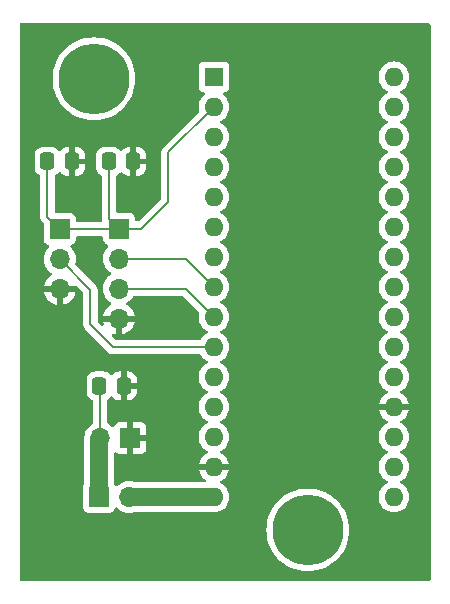
<source format=gtl>
%TF.GenerationSoftware,KiCad,Pcbnew,8.0.2*%
%TF.CreationDate,2025-03-14T14:52:26-04:00*%
%TF.ProjectId,SeniorDesignPCB,53656e69-6f72-4446-9573-69676e504342,rev?*%
%TF.SameCoordinates,Original*%
%TF.FileFunction,Copper,L1,Top*%
%TF.FilePolarity,Positive*%
%FSLAX46Y46*%
G04 Gerber Fmt 4.6, Leading zero omitted, Abs format (unit mm)*
G04 Created by KiCad (PCBNEW 8.0.2) date 2025-03-14 14:52:26*
%MOMM*%
%LPD*%
G01*
G04 APERTURE LIST*
G04 Aperture macros list*
%AMRoundRect*
0 Rectangle with rounded corners*
0 $1 Rounding radius*
0 $2 $3 $4 $5 $6 $7 $8 $9 X,Y pos of 4 corners*
0 Add a 4 corners polygon primitive as box body*
4,1,4,$2,$3,$4,$5,$6,$7,$8,$9,$2,$3,0*
0 Add four circle primitives for the rounded corners*
1,1,$1+$1,$2,$3*
1,1,$1+$1,$4,$5*
1,1,$1+$1,$6,$7*
1,1,$1+$1,$8,$9*
0 Add four rect primitives between the rounded corners*
20,1,$1+$1,$2,$3,$4,$5,0*
20,1,$1+$1,$4,$5,$6,$7,0*
20,1,$1+$1,$6,$7,$8,$9,0*
20,1,$1+$1,$8,$9,$2,$3,0*%
G04 Aperture macros list end*
%TA.AperFunction,ComponentPad*%
%ADD10C,6.000000*%
%TD*%
%TA.AperFunction,ComponentPad*%
%ADD11R,1.700000X1.700000*%
%TD*%
%TA.AperFunction,ComponentPad*%
%ADD12O,1.700000X1.700000*%
%TD*%
%TA.AperFunction,ComponentPad*%
%ADD13R,1.600000X1.600000*%
%TD*%
%TA.AperFunction,ComponentPad*%
%ADD14O,1.600000X1.600000*%
%TD*%
%TA.AperFunction,SMDPad,CuDef*%
%ADD15RoundRect,0.250000X-0.337500X-0.475000X0.337500X-0.475000X0.337500X0.475000X-0.337500X0.475000X0*%
%TD*%
%TA.AperFunction,SMDPad,CuDef*%
%ADD16RoundRect,0.250000X0.337500X0.475000X-0.337500X0.475000X-0.337500X-0.475000X0.337500X-0.475000X0*%
%TD*%
%TA.AperFunction,Conductor*%
%ADD17C,1.500000*%
%TD*%
%TA.AperFunction,Conductor*%
%ADD18C,0.200000*%
%TD*%
G04 APERTURE END LIST*
D10*
%TO.P,,1*%
%TO.N,N/C*%
X67100000Y-82100000D03*
%TD*%
%TO.P,REF\u002A\u002A,1*%
%TO.N,N/C*%
X49000000Y-43900000D03*
%TD*%
D11*
%TO.P,J1,1,Pin_1*%
%TO.N,GND*%
X52075000Y-74300000D03*
D12*
%TO.P,J1,2,Pin_2*%
%TO.N,Net-(J1-Pin_2)*%
X49535000Y-74300000D03*
%TD*%
D11*
%TO.P,J2,1,Pin_1*%
%TO.N,+3.3V*%
X51100000Y-56580000D03*
D12*
%TO.P,J2,2,Pin_2*%
%TO.N,SDA*%
X51100000Y-59120000D03*
%TO.P,J2,3,Pin_3*%
%TO.N,SCL*%
X51100000Y-61660000D03*
%TO.P,J2,4,Pin_4*%
%TO.N,GND*%
X51100000Y-64200000D03*
%TD*%
D13*
%TO.P,U1,1,D13*%
%TO.N,unconnected-(U1-D13-Pad1)*%
X59160000Y-43740000D03*
D14*
%TO.P,U1,2,+3V3*%
%TO.N,+3.3V*%
X59160000Y-46280000D03*
%TO.P,U1,3,B0*%
%TO.N,unconnected-(U1-B0-Pad3)*%
X59160000Y-48820000D03*
%TO.P,U1,4,A0*%
%TO.N,unconnected-(U1-A0-Pad4)*%
X59160000Y-51360000D03*
%TO.P,U1,5,A1*%
%TO.N,unconnected-(U1-A1-Pad5)*%
X59160000Y-53900000D03*
%TO.P,U1,6,A2*%
%TO.N,unconnected-(U1-A2-Pad6)*%
X59160000Y-56440000D03*
%TO.P,U1,7,A3*%
%TO.N,unconnected-(U1-A3-Pad7)*%
X59160000Y-58980000D03*
%TO.P,U1,8,A4*%
%TO.N,SDA*%
X59160000Y-61520000D03*
%TO.P,U1,9,A5*%
%TO.N,SCL*%
X59160000Y-64060000D03*
%TO.P,U1,10,A6*%
%TO.N,Hall*%
X59160000Y-66600000D03*
%TO.P,U1,11,A7*%
%TO.N,unconnected-(U1-A7-Pad11)*%
X59160000Y-69140000D03*
%TO.P,U1,12,VUSB*%
%TO.N,unconnected-(U1-VUSB-Pad12)*%
X59160000Y-71680000D03*
%TO.P,U1,13,B1*%
%TO.N,unconnected-(U1-B1-Pad13)*%
X59160000Y-74220000D03*
%TO.P,U1,14,GND*%
%TO.N,GND*%
X59160000Y-76760000D03*
%TO.P,U1,15,VIN*%
%TO.N,+9V*%
X59160000Y-79300000D03*
%TO.P,U1,16,D1*%
%TO.N,unconnected-(U1-D1-Pad16)*%
X74400000Y-79300000D03*
%TO.P,U1,17,D0*%
%TO.N,unconnected-(U1-D0-Pad17)*%
X74400000Y-76760000D03*
%TO.P,U1,18,~{RESET}*%
%TO.N,unconnected-(U1-~{RESET}-Pad18)*%
X74400000Y-74220000D03*
%TO.P,U1,19,GND__1*%
%TO.N,GND*%
X74400000Y-71680000D03*
%TO.P,U1,20,D2*%
%TO.N,unconnected-(U1-D2-Pad20)*%
X74400000Y-69140000D03*
%TO.P,U1,21,D3*%
%TO.N,unconnected-(U1-D3-Pad21)*%
X74400000Y-66600000D03*
%TO.P,U1,22,D4*%
%TO.N,unconnected-(U1-D4-Pad22)*%
X74400000Y-64060000D03*
%TO.P,U1,23,D5*%
%TO.N,unconnected-(U1-D5-Pad23)*%
X74400000Y-61520000D03*
%TO.P,U1,24,D6*%
%TO.N,unconnected-(U1-D6-Pad24)*%
X74400000Y-58980000D03*
%TO.P,U1,25,D7*%
%TO.N,unconnected-(U1-D7-Pad25)*%
X74400000Y-56440000D03*
%TO.P,U1,26,D8*%
%TO.N,unconnected-(U1-D8-Pad26)*%
X74400000Y-53900000D03*
%TO.P,U1,27,D9*%
%TO.N,unconnected-(U1-D9-Pad27)*%
X74400000Y-51360000D03*
%TO.P,U1,28,D10*%
%TO.N,unconnected-(U1-D10-Pad28)*%
X74400000Y-48820000D03*
%TO.P,U1,29,D11*%
%TO.N,unconnected-(U1-D11-Pad29)*%
X74400000Y-46280000D03*
%TO.P,U1,30,D12*%
%TO.N,unconnected-(U1-D12-Pad30)*%
X74400000Y-43740000D03*
%TD*%
D11*
%TO.P,J4,1,Pin_1*%
%TO.N,Net-(J1-Pin_2)*%
X49425000Y-79300000D03*
D12*
%TO.P,J4,2,Pin_2*%
%TO.N,+9V*%
X51965000Y-79300000D03*
%TD*%
D15*
%TO.P,C3,1*%
%TO.N,+3.3V*%
X50262500Y-50900000D03*
%TO.P,C3,2*%
%TO.N,GND*%
X52337500Y-50900000D03*
%TD*%
D11*
%TO.P,J3,1,Pin_1*%
%TO.N,+3.3V*%
X46100000Y-56620000D03*
D12*
%TO.P,J3,2,Pin_2*%
%TO.N,Hall*%
X46100000Y-59160000D03*
%TO.P,J3,3,Pin_3*%
%TO.N,GND*%
X46100000Y-61700000D03*
%TD*%
D15*
%TO.P,C2,1*%
%TO.N,+3.3V*%
X45062500Y-50900000D03*
%TO.P,C2,2*%
%TO.N,GND*%
X47137500Y-50900000D03*
%TD*%
D16*
%TO.P,C1,1*%
%TO.N,GND*%
X51537500Y-69900000D03*
%TO.P,C1,2*%
%TO.N,Net-(J1-Pin_2)*%
X49462500Y-69900000D03*
%TD*%
D17*
%TO.N,+9V*%
X51965000Y-79300000D02*
X59160000Y-79300000D01*
D18*
%TO.N,+3.3V*%
X50262500Y-50900000D02*
X50262500Y-55742500D01*
X55300000Y-50140000D02*
X55300000Y-54300000D01*
X51060000Y-56620000D02*
X51100000Y-56580000D01*
X50262500Y-55742500D02*
X51100000Y-56580000D01*
X53020000Y-56580000D02*
X51100000Y-56580000D01*
X45062500Y-50900000D02*
X45062500Y-55582500D01*
X55300000Y-54300000D02*
X53020000Y-56580000D01*
X59160000Y-46280000D02*
X55300000Y-50140000D01*
X45062500Y-55582500D02*
X46100000Y-56620000D01*
X46100000Y-56620000D02*
X51060000Y-56620000D01*
%TO.N,SCL*%
X56760000Y-61660000D02*
X59160000Y-64060000D01*
X51100000Y-61660000D02*
X56760000Y-61660000D01*
%TO.N,SDA*%
X51100000Y-59120000D02*
X56760000Y-59120000D01*
X56760000Y-59120000D02*
X59160000Y-61520000D01*
%TO.N,Hall*%
X50600000Y-66600000D02*
X59160000Y-66600000D01*
X46100000Y-59160000D02*
X48700000Y-61760000D01*
X48700000Y-64700000D02*
X50600000Y-66600000D01*
X48700000Y-61760000D02*
X48700000Y-64700000D01*
%TO.N,Net-(J1-Pin_2)*%
X49535000Y-69972500D02*
X49462500Y-69900000D01*
D17*
X49425000Y-79300000D02*
X49425000Y-74410000D01*
D18*
X49535000Y-74300000D02*
X49535000Y-69972500D01*
D17*
X49425000Y-74410000D02*
X49535000Y-74300000D01*
%TD*%
%TA.AperFunction,Conductor*%
%TO.N,GND*%
G36*
X56526942Y-62280185D02*
G01*
X56547584Y-62296819D01*
X57868058Y-63617293D01*
X57901543Y-63678616D01*
X57900152Y-63737067D01*
X57874366Y-63833302D01*
X57874364Y-63833313D01*
X57854532Y-64059998D01*
X57854532Y-64060001D01*
X57874364Y-64286686D01*
X57874366Y-64286697D01*
X57933258Y-64506488D01*
X57933261Y-64506497D01*
X58029431Y-64712732D01*
X58029432Y-64712734D01*
X58159954Y-64899141D01*
X58320858Y-65060045D01*
X58320861Y-65060047D01*
X58507266Y-65190568D01*
X58565275Y-65217618D01*
X58617714Y-65263791D01*
X58636866Y-65330984D01*
X58616650Y-65397865D01*
X58565275Y-65442382D01*
X58507267Y-65469431D01*
X58507265Y-65469432D01*
X58320858Y-65599954D01*
X58159954Y-65760858D01*
X58083450Y-65870118D01*
X58029881Y-65946624D01*
X57975307Y-65990248D01*
X57928308Y-65999500D01*
X50900098Y-65999500D01*
X50833059Y-65979815D01*
X50812417Y-65963181D01*
X50535023Y-65685787D01*
X50501538Y-65624464D01*
X50506522Y-65554772D01*
X50548394Y-65498839D01*
X50613858Y-65474422D01*
X50654797Y-65478331D01*
X50850000Y-65530634D01*
X50850000Y-64633012D01*
X50907007Y-64665925D01*
X51034174Y-64700000D01*
X51165826Y-64700000D01*
X51292993Y-64665925D01*
X51350000Y-64633012D01*
X51350000Y-65530633D01*
X51563483Y-65473433D01*
X51563492Y-65473429D01*
X51777578Y-65373600D01*
X51971082Y-65238105D01*
X52138105Y-65071082D01*
X52273600Y-64877578D01*
X52373429Y-64663492D01*
X52373432Y-64663486D01*
X52430636Y-64450000D01*
X51533012Y-64450000D01*
X51565925Y-64392993D01*
X51600000Y-64265826D01*
X51600000Y-64134174D01*
X51565925Y-64007007D01*
X51533012Y-63950000D01*
X52430636Y-63950000D01*
X52430635Y-63949999D01*
X52373432Y-63736513D01*
X52373429Y-63736507D01*
X52273600Y-63522422D01*
X52273599Y-63522420D01*
X52138113Y-63328926D01*
X52138108Y-63328920D01*
X51971078Y-63161890D01*
X51785405Y-63031879D01*
X51741780Y-62977302D01*
X51734588Y-62907804D01*
X51766110Y-62845449D01*
X51785406Y-62828730D01*
X51971401Y-62698495D01*
X52138495Y-62531401D01*
X52274035Y-62337830D01*
X52276707Y-62332097D01*
X52322878Y-62279658D01*
X52389091Y-62260500D01*
X56459903Y-62260500D01*
X56526942Y-62280185D01*
G37*
%TD.AperFunction*%
%TA.AperFunction,Conductor*%
G36*
X49692540Y-57240185D02*
G01*
X49738295Y-57292989D01*
X49749501Y-57344500D01*
X49749501Y-57477876D01*
X49755908Y-57537483D01*
X49806202Y-57672328D01*
X49806206Y-57672335D01*
X49892452Y-57787544D01*
X49892455Y-57787547D01*
X50007664Y-57873793D01*
X50007671Y-57873797D01*
X50139081Y-57922810D01*
X50195015Y-57964681D01*
X50219432Y-58030145D01*
X50204580Y-58098418D01*
X50183430Y-58126673D01*
X50061503Y-58248600D01*
X49925965Y-58442169D01*
X49925964Y-58442171D01*
X49826098Y-58656335D01*
X49826094Y-58656344D01*
X49764938Y-58884586D01*
X49764936Y-58884596D01*
X49744341Y-59119999D01*
X49744341Y-59120000D01*
X49764936Y-59355403D01*
X49764938Y-59355413D01*
X49826094Y-59583655D01*
X49826096Y-59583659D01*
X49826097Y-59583663D01*
X49898839Y-59739658D01*
X49925965Y-59797830D01*
X49925967Y-59797834D01*
X49953973Y-59837830D01*
X50053553Y-59980045D01*
X50061501Y-59991395D01*
X50061506Y-59991402D01*
X50228597Y-60158493D01*
X50228603Y-60158498D01*
X50414158Y-60288425D01*
X50457783Y-60343002D01*
X50464977Y-60412500D01*
X50433454Y-60474855D01*
X50414158Y-60491575D01*
X50228597Y-60621505D01*
X50061505Y-60788597D01*
X49925965Y-60982169D01*
X49925964Y-60982171D01*
X49826098Y-61196335D01*
X49826094Y-61196344D01*
X49764938Y-61424586D01*
X49764936Y-61424596D01*
X49744341Y-61659999D01*
X49744341Y-61660000D01*
X49747112Y-61691682D01*
X49764936Y-61895403D01*
X49764938Y-61895413D01*
X49826094Y-62123655D01*
X49826096Y-62123659D01*
X49826097Y-62123663D01*
X49898839Y-62279658D01*
X49925965Y-62337830D01*
X49925967Y-62337834D01*
X50034281Y-62492521D01*
X50053553Y-62520045D01*
X50061501Y-62531395D01*
X50061506Y-62531402D01*
X50228597Y-62698493D01*
X50228603Y-62698498D01*
X50316403Y-62759976D01*
X50400242Y-62818681D01*
X50414594Y-62828730D01*
X50458219Y-62883307D01*
X50465413Y-62952805D01*
X50433890Y-63015160D01*
X50414595Y-63031880D01*
X50228922Y-63161890D01*
X50228920Y-63161891D01*
X50061891Y-63328920D01*
X50061886Y-63328926D01*
X49926400Y-63522420D01*
X49926399Y-63522422D01*
X49826570Y-63736507D01*
X49826567Y-63736513D01*
X49769364Y-63949999D01*
X49769364Y-63950000D01*
X50666988Y-63950000D01*
X50634075Y-64007007D01*
X50600000Y-64134174D01*
X50600000Y-64265826D01*
X50634075Y-64392993D01*
X50666988Y-64450000D01*
X49769364Y-64450000D01*
X49821668Y-64645201D01*
X49820005Y-64715051D01*
X49780843Y-64772914D01*
X49716614Y-64800418D01*
X49647712Y-64788832D01*
X49614212Y-64764976D01*
X49336819Y-64487583D01*
X49303334Y-64426260D01*
X49300500Y-64399902D01*
X49300500Y-61680945D01*
X49300498Y-61680936D01*
X49297929Y-61671348D01*
X49294889Y-61660000D01*
X49259577Y-61528215D01*
X49209190Y-61440943D01*
X49180520Y-61391284D01*
X49068716Y-61279480D01*
X49068715Y-61279479D01*
X49064385Y-61275149D01*
X49064374Y-61275139D01*
X47432766Y-59643531D01*
X47399281Y-59582208D01*
X47400672Y-59523757D01*
X47401863Y-59519309D01*
X47435063Y-59395408D01*
X47455659Y-59160000D01*
X47435063Y-58924592D01*
X47373903Y-58696337D01*
X47274035Y-58482171D01*
X47246025Y-58442169D01*
X47138496Y-58288600D01*
X47098495Y-58248599D01*
X47016567Y-58166671D01*
X46983084Y-58105351D01*
X46988068Y-58035659D01*
X47029939Y-57979725D01*
X47060915Y-57962810D01*
X47192331Y-57913796D01*
X47307546Y-57827546D01*
X47393796Y-57712331D01*
X47444091Y-57577483D01*
X47450500Y-57517873D01*
X47450500Y-57344500D01*
X47470185Y-57277461D01*
X47522989Y-57231706D01*
X47574500Y-57220500D01*
X49625501Y-57220500D01*
X49692540Y-57240185D01*
G37*
%TD.AperFunction*%
%TA.AperFunction,Conductor*%
G36*
X77442539Y-39220185D02*
G01*
X77488294Y-39272989D01*
X77499500Y-39324500D01*
X77499500Y-86275500D01*
X77479815Y-86342539D01*
X77427011Y-86388294D01*
X77375500Y-86399500D01*
X42824500Y-86399500D01*
X42757461Y-86379815D01*
X42711706Y-86327011D01*
X42700500Y-86275500D01*
X42700500Y-82099999D01*
X63594696Y-82099999D01*
X63594696Y-82100000D01*
X63613898Y-82466405D01*
X63671294Y-82828788D01*
X63671294Y-82828790D01*
X63766260Y-83183206D01*
X63897746Y-83525739D01*
X64064320Y-83852656D01*
X64264147Y-84160364D01*
X64264149Y-84160366D01*
X64495051Y-84445506D01*
X64754494Y-84704949D01*
X64754498Y-84704952D01*
X65039635Y-84935852D01*
X65347343Y-85135679D01*
X65347348Y-85135682D01*
X65674264Y-85302255D01*
X66016801Y-85433742D01*
X66371206Y-85528705D01*
X66733596Y-85586102D01*
X67079734Y-85604241D01*
X67099999Y-85605304D01*
X67100000Y-85605304D01*
X67100001Y-85605304D01*
X67119203Y-85604297D01*
X67466404Y-85586102D01*
X67828794Y-85528705D01*
X68183199Y-85433742D01*
X68525736Y-85302255D01*
X68852652Y-85135682D01*
X69160366Y-84935851D01*
X69445506Y-84704949D01*
X69704949Y-84445506D01*
X69935851Y-84160366D01*
X70135682Y-83852652D01*
X70302255Y-83525736D01*
X70433742Y-83183199D01*
X70528705Y-82828794D01*
X70586102Y-82466404D01*
X70605304Y-82100000D01*
X70586102Y-81733596D01*
X70528705Y-81371206D01*
X70433742Y-81016801D01*
X70302255Y-80674264D01*
X70135682Y-80347348D01*
X70129932Y-80338493D01*
X69935852Y-80039635D01*
X69704952Y-79754498D01*
X69704949Y-79754494D01*
X69445506Y-79495051D01*
X69413010Y-79468736D01*
X69160364Y-79264147D01*
X68852656Y-79064320D01*
X68525739Y-78897746D01*
X68183206Y-78766260D01*
X68183199Y-78766258D01*
X67828794Y-78671295D01*
X67828790Y-78671294D01*
X67828789Y-78671294D01*
X67466405Y-78613898D01*
X67100001Y-78594696D01*
X67099999Y-78594696D01*
X66733594Y-78613898D01*
X66371211Y-78671294D01*
X66371209Y-78671294D01*
X66016793Y-78766260D01*
X65674260Y-78897746D01*
X65347343Y-79064320D01*
X65039635Y-79264147D01*
X64754498Y-79495047D01*
X64754490Y-79495054D01*
X64495054Y-79754490D01*
X64495047Y-79754498D01*
X64264147Y-80039635D01*
X64064320Y-80347343D01*
X63897746Y-80674260D01*
X63766260Y-81016793D01*
X63671294Y-81371209D01*
X63671294Y-81371211D01*
X63613898Y-81733594D01*
X63594696Y-82099999D01*
X42700500Y-82099999D01*
X42700500Y-50374983D01*
X43974500Y-50374983D01*
X43974500Y-51425001D01*
X43974501Y-51425019D01*
X43985000Y-51527796D01*
X43985001Y-51527799D01*
X44040115Y-51694119D01*
X44040186Y-51694334D01*
X44132288Y-51843656D01*
X44256344Y-51967712D01*
X44403097Y-52058229D01*
X44449821Y-52110175D01*
X44462000Y-52163767D01*
X44462000Y-55495830D01*
X44461999Y-55495848D01*
X44461999Y-55661554D01*
X44461998Y-55661554D01*
X44502923Y-55814285D01*
X44502924Y-55814288D01*
X44507122Y-55821558D01*
X44507125Y-55821563D01*
X44581977Y-55951212D01*
X44581981Y-55951217D01*
X44700849Y-56070085D01*
X44700855Y-56070090D01*
X44713181Y-56082416D01*
X44746666Y-56143739D01*
X44749500Y-56170097D01*
X44749500Y-57517870D01*
X44749501Y-57517876D01*
X44755908Y-57577483D01*
X44806202Y-57712328D01*
X44806206Y-57712335D01*
X44892452Y-57827544D01*
X44892455Y-57827547D01*
X45007664Y-57913793D01*
X45007671Y-57913797D01*
X45139081Y-57962810D01*
X45195015Y-58004681D01*
X45219432Y-58070145D01*
X45204580Y-58138418D01*
X45183430Y-58166673D01*
X45061503Y-58288600D01*
X44925965Y-58482169D01*
X44925964Y-58482171D01*
X44826098Y-58696335D01*
X44826094Y-58696344D01*
X44764938Y-58924586D01*
X44764936Y-58924596D01*
X44744341Y-59159999D01*
X44744341Y-59160000D01*
X44764936Y-59395403D01*
X44764938Y-59395413D01*
X44826094Y-59623655D01*
X44826096Y-59623659D01*
X44826097Y-59623663D01*
X44888189Y-59756819D01*
X44925965Y-59837830D01*
X44925967Y-59837834D01*
X45061501Y-60031395D01*
X45061506Y-60031402D01*
X45228597Y-60198493D01*
X45228603Y-60198498D01*
X45300752Y-60249017D01*
X45396713Y-60316210D01*
X45414594Y-60328730D01*
X45458219Y-60383307D01*
X45465413Y-60452805D01*
X45433890Y-60515160D01*
X45414595Y-60531880D01*
X45228922Y-60661890D01*
X45228920Y-60661891D01*
X45061891Y-60828920D01*
X45061886Y-60828926D01*
X44926400Y-61022420D01*
X44926399Y-61022422D01*
X44826570Y-61236507D01*
X44826567Y-61236513D01*
X44769364Y-61449999D01*
X44769364Y-61450000D01*
X45666988Y-61450000D01*
X45634075Y-61507007D01*
X45600000Y-61634174D01*
X45600000Y-61765826D01*
X45634075Y-61892993D01*
X45666988Y-61950000D01*
X44769364Y-61950000D01*
X44826567Y-62163486D01*
X44826570Y-62163492D01*
X44926399Y-62377578D01*
X45061894Y-62571082D01*
X45228917Y-62738105D01*
X45422421Y-62873600D01*
X45636507Y-62973429D01*
X45636516Y-62973433D01*
X45850000Y-63030634D01*
X45850000Y-62133012D01*
X45907007Y-62165925D01*
X46034174Y-62200000D01*
X46165826Y-62200000D01*
X46292993Y-62165925D01*
X46350000Y-62133012D01*
X46350000Y-63030633D01*
X46563483Y-62973433D01*
X46563492Y-62973429D01*
X46777578Y-62873600D01*
X46971082Y-62738105D01*
X47138105Y-62571082D01*
X47273600Y-62377578D01*
X47373429Y-62163492D01*
X47373432Y-62163486D01*
X47430636Y-61950000D01*
X46533012Y-61950000D01*
X46565925Y-61892993D01*
X46600000Y-61765826D01*
X46600000Y-61634174D01*
X46565925Y-61507007D01*
X46533012Y-61450000D01*
X47489403Y-61450000D01*
X47556442Y-61469685D01*
X47577084Y-61486319D01*
X48063181Y-61972416D01*
X48096666Y-62033739D01*
X48099500Y-62060097D01*
X48099500Y-64613330D01*
X48099499Y-64613348D01*
X48099499Y-64779054D01*
X48099498Y-64779054D01*
X48099499Y-64779057D01*
X48140423Y-64931785D01*
X48148995Y-64946632D01*
X48219477Y-65068712D01*
X48219481Y-65068717D01*
X48338349Y-65187585D01*
X48338354Y-65187589D01*
X50231284Y-67080520D01*
X50231286Y-67080521D01*
X50231290Y-67080524D01*
X50368209Y-67159573D01*
X50368216Y-67159577D01*
X50520943Y-67200501D01*
X50520945Y-67200501D01*
X50686654Y-67200501D01*
X50686670Y-67200500D01*
X57928308Y-67200500D01*
X57995347Y-67220185D01*
X58029880Y-67253374D01*
X58115480Y-67375624D01*
X58159954Y-67439141D01*
X58320858Y-67600045D01*
X58320861Y-67600047D01*
X58507266Y-67730568D01*
X58565275Y-67757618D01*
X58617714Y-67803791D01*
X58636866Y-67870984D01*
X58616650Y-67937865D01*
X58565275Y-67982382D01*
X58507267Y-68009431D01*
X58507265Y-68009432D01*
X58320858Y-68139954D01*
X58159954Y-68300858D01*
X58029432Y-68487265D01*
X58029431Y-68487267D01*
X57933261Y-68693502D01*
X57933258Y-68693511D01*
X57874366Y-68913302D01*
X57874364Y-68913313D01*
X57854532Y-69139998D01*
X57854532Y-69140001D01*
X57874364Y-69366686D01*
X57874366Y-69366697D01*
X57933258Y-69586488D01*
X57933261Y-69586497D01*
X58029431Y-69792732D01*
X58029432Y-69792734D01*
X58159954Y-69979141D01*
X58320858Y-70140045D01*
X58320861Y-70140047D01*
X58507266Y-70270568D01*
X58565275Y-70297618D01*
X58617714Y-70343791D01*
X58636866Y-70410984D01*
X58616650Y-70477865D01*
X58565275Y-70522382D01*
X58507267Y-70549431D01*
X58507265Y-70549432D01*
X58320858Y-70679954D01*
X58159954Y-70840858D01*
X58029432Y-71027265D01*
X58029431Y-71027267D01*
X57933261Y-71233502D01*
X57933258Y-71233511D01*
X57874366Y-71453302D01*
X57874364Y-71453313D01*
X57854532Y-71679998D01*
X57854532Y-71680001D01*
X57874364Y-71906686D01*
X57874366Y-71906697D01*
X57933258Y-72126488D01*
X57933261Y-72126497D01*
X58029431Y-72332732D01*
X58029432Y-72332734D01*
X58159954Y-72519141D01*
X58320858Y-72680045D01*
X58320861Y-72680047D01*
X58507266Y-72810568D01*
X58564681Y-72837341D01*
X58565275Y-72837618D01*
X58617714Y-72883791D01*
X58636866Y-72950984D01*
X58616650Y-73017865D01*
X58565275Y-73062382D01*
X58507267Y-73089431D01*
X58507265Y-73089432D01*
X58320858Y-73219954D01*
X58159954Y-73380858D01*
X58029432Y-73567265D01*
X58029431Y-73567267D01*
X57933261Y-73773502D01*
X57933258Y-73773511D01*
X57874366Y-73993302D01*
X57874364Y-73993313D01*
X57854532Y-74219998D01*
X57854532Y-74220001D01*
X57874364Y-74446686D01*
X57874366Y-74446697D01*
X57933258Y-74666488D01*
X57933261Y-74666497D01*
X58029431Y-74872732D01*
X58029432Y-74872734D01*
X58159954Y-75059141D01*
X58320858Y-75220045D01*
X58320861Y-75220047D01*
X58507266Y-75350568D01*
X58565865Y-75377893D01*
X58618305Y-75424065D01*
X58637457Y-75491258D01*
X58617242Y-75558139D01*
X58565867Y-75602657D01*
X58507515Y-75629867D01*
X58321179Y-75760342D01*
X58160342Y-75921179D01*
X58029865Y-76107517D01*
X57933734Y-76313673D01*
X57933730Y-76313682D01*
X57881127Y-76509999D01*
X57881128Y-76510000D01*
X58726988Y-76510000D01*
X58694075Y-76567007D01*
X58660000Y-76694174D01*
X58660000Y-76825826D01*
X58694075Y-76952993D01*
X58726988Y-77010000D01*
X57881128Y-77010000D01*
X57933730Y-77206317D01*
X57933734Y-77206326D01*
X58029865Y-77412482D01*
X58160342Y-77598820D01*
X58321179Y-77759657D01*
X58412962Y-77823925D01*
X58456587Y-77878503D01*
X58463779Y-77948001D01*
X58432257Y-78010356D01*
X58372027Y-78045769D01*
X58341838Y-78049500D01*
X52506341Y-78049500D01*
X52453937Y-78037882D01*
X52428669Y-78026099D01*
X52428655Y-78026094D01*
X52200413Y-77964938D01*
X52200403Y-77964936D01*
X51965001Y-77944341D01*
X51964999Y-77944341D01*
X51729596Y-77964936D01*
X51729586Y-77964938D01*
X51501344Y-78026094D01*
X51501335Y-78026098D01*
X51287171Y-78125964D01*
X51287169Y-78125965D01*
X51093600Y-78261503D01*
X50971673Y-78383430D01*
X50910350Y-78416914D01*
X50840658Y-78411930D01*
X50784725Y-78370058D01*
X50767810Y-78339081D01*
X50718797Y-78207671D01*
X50718795Y-78207668D01*
X50700233Y-78182872D01*
X50675816Y-78117408D01*
X50675500Y-78108561D01*
X50675500Y-75610946D01*
X50695185Y-75543907D01*
X50747989Y-75498152D01*
X50817147Y-75488208D01*
X50873812Y-75511680D01*
X50982910Y-75593352D01*
X50982913Y-75593354D01*
X51117620Y-75643596D01*
X51117627Y-75643598D01*
X51177155Y-75649999D01*
X51177172Y-75650000D01*
X51825000Y-75650000D01*
X51825000Y-74733012D01*
X51882007Y-74765925D01*
X52009174Y-74800000D01*
X52140826Y-74800000D01*
X52267993Y-74765925D01*
X52325000Y-74733012D01*
X52325000Y-75650000D01*
X52972828Y-75650000D01*
X52972844Y-75649999D01*
X53032372Y-75643598D01*
X53032379Y-75643596D01*
X53167086Y-75593354D01*
X53167093Y-75593350D01*
X53282187Y-75507190D01*
X53282190Y-75507187D01*
X53368350Y-75392093D01*
X53368354Y-75392086D01*
X53418596Y-75257379D01*
X53418598Y-75257372D01*
X53424999Y-75197844D01*
X53425000Y-75197827D01*
X53425000Y-74550000D01*
X52508012Y-74550000D01*
X52540925Y-74492993D01*
X52575000Y-74365826D01*
X52575000Y-74234174D01*
X52540925Y-74107007D01*
X52508012Y-74050000D01*
X53425000Y-74050000D01*
X53425000Y-73402172D01*
X53424999Y-73402155D01*
X53418598Y-73342627D01*
X53418596Y-73342620D01*
X53368354Y-73207913D01*
X53368350Y-73207906D01*
X53282190Y-73092812D01*
X53282187Y-73092809D01*
X53167093Y-73006649D01*
X53167086Y-73006645D01*
X53032379Y-72956403D01*
X53032372Y-72956401D01*
X52972844Y-72950000D01*
X52325000Y-72950000D01*
X52325000Y-73866988D01*
X52267993Y-73834075D01*
X52140826Y-73800000D01*
X52009174Y-73800000D01*
X51882007Y-73834075D01*
X51825000Y-73866988D01*
X51825000Y-72950000D01*
X51177155Y-72950000D01*
X51117627Y-72956401D01*
X51117620Y-72956403D01*
X50982913Y-73006645D01*
X50982906Y-73006649D01*
X50867812Y-73092809D01*
X50867809Y-73092812D01*
X50781649Y-73207906D01*
X50781645Y-73207913D01*
X50732578Y-73339470D01*
X50690707Y-73395404D01*
X50625242Y-73419821D01*
X50556969Y-73404969D01*
X50528715Y-73383819D01*
X50484366Y-73339470D01*
X50406401Y-73261505D01*
X50406397Y-73261502D01*
X50406396Y-73261501D01*
X50212831Y-73125965D01*
X50212826Y-73125962D01*
X50207091Y-73123288D01*
X50154653Y-73077113D01*
X50135500Y-73010908D01*
X50135500Y-71119049D01*
X50155185Y-71052010D01*
X50194403Y-71013510D01*
X50268656Y-70967712D01*
X50392712Y-70843656D01*
X50394752Y-70840347D01*
X50396745Y-70838555D01*
X50397193Y-70837989D01*
X50397289Y-70838065D01*
X50446694Y-70793623D01*
X50515656Y-70782395D01*
X50579740Y-70810234D01*
X50605829Y-70840339D01*
X50607681Y-70843341D01*
X50607683Y-70843344D01*
X50731654Y-70967315D01*
X50880875Y-71059356D01*
X50880880Y-71059358D01*
X51047302Y-71114505D01*
X51047309Y-71114506D01*
X51150019Y-71124999D01*
X51287499Y-71124999D01*
X51787500Y-71124999D01*
X51924972Y-71124999D01*
X51924986Y-71124998D01*
X52027697Y-71114505D01*
X52194119Y-71059358D01*
X52194124Y-71059356D01*
X52343345Y-70967315D01*
X52467315Y-70843345D01*
X52559356Y-70694124D01*
X52559358Y-70694119D01*
X52614505Y-70527697D01*
X52614506Y-70527690D01*
X52624999Y-70424986D01*
X52625000Y-70424973D01*
X52625000Y-70150000D01*
X51787500Y-70150000D01*
X51787500Y-71124999D01*
X51287499Y-71124999D01*
X51287500Y-71124998D01*
X51287500Y-69650000D01*
X51787500Y-69650000D01*
X52624999Y-69650000D01*
X52624999Y-69375028D01*
X52624998Y-69375013D01*
X52614505Y-69272302D01*
X52559358Y-69105880D01*
X52559356Y-69105875D01*
X52467315Y-68956654D01*
X52343345Y-68832684D01*
X52194124Y-68740643D01*
X52194119Y-68740641D01*
X52027697Y-68685494D01*
X52027690Y-68685493D01*
X51924986Y-68675000D01*
X51787500Y-68675000D01*
X51787500Y-69650000D01*
X51287500Y-69650000D01*
X51287500Y-68675000D01*
X51150027Y-68675000D01*
X51150012Y-68675001D01*
X51047302Y-68685494D01*
X50880880Y-68740641D01*
X50880875Y-68740643D01*
X50731654Y-68832684D01*
X50607683Y-68956655D01*
X50607679Y-68956660D01*
X50605826Y-68959665D01*
X50604018Y-68961290D01*
X50603202Y-68962323D01*
X50603025Y-68962183D01*
X50553874Y-69006385D01*
X50484911Y-69017601D01*
X50420831Y-68989752D01*
X50394753Y-68959653D01*
X50394737Y-68959628D01*
X50392712Y-68956344D01*
X50268656Y-68832288D01*
X50119334Y-68740186D01*
X49952797Y-68685001D01*
X49952795Y-68685000D01*
X49850010Y-68674500D01*
X49074998Y-68674500D01*
X49074980Y-68674501D01*
X48972203Y-68685000D01*
X48972200Y-68685001D01*
X48805668Y-68740185D01*
X48805663Y-68740187D01*
X48656342Y-68832289D01*
X48532289Y-68956342D01*
X48440187Y-69105663D01*
X48440185Y-69105668D01*
X48440115Y-69105880D01*
X48385001Y-69272203D01*
X48385001Y-69272204D01*
X48385000Y-69272204D01*
X48374500Y-69374983D01*
X48374500Y-70425001D01*
X48374501Y-70425019D01*
X48385000Y-70527796D01*
X48385001Y-70527799D01*
X48440115Y-70694119D01*
X48440186Y-70694334D01*
X48532288Y-70843656D01*
X48656344Y-70967712D01*
X48805666Y-71059814D01*
X48849504Y-71074340D01*
X48906949Y-71114113D01*
X48933772Y-71178628D01*
X48934500Y-71192046D01*
X48934500Y-73010908D01*
X48914815Y-73077947D01*
X48862914Y-73123286D01*
X48857173Y-73125963D01*
X48857169Y-73125965D01*
X48663597Y-73261505D01*
X48496505Y-73428597D01*
X48360965Y-73622169D01*
X48360964Y-73622171D01*
X48261098Y-73836335D01*
X48261094Y-73836344D01*
X48199938Y-74064586D01*
X48199936Y-74064596D01*
X48183429Y-74253270D01*
X48182375Y-74261858D01*
X48174500Y-74311582D01*
X48174500Y-78108561D01*
X48154815Y-78175600D01*
X48149767Y-78182872D01*
X48131204Y-78207668D01*
X48131202Y-78207671D01*
X48080908Y-78342517D01*
X48074501Y-78402116D01*
X48074500Y-78402135D01*
X48074500Y-80197870D01*
X48074501Y-80197876D01*
X48080908Y-80257483D01*
X48131202Y-80392328D01*
X48131206Y-80392335D01*
X48217452Y-80507544D01*
X48217455Y-80507547D01*
X48332664Y-80593793D01*
X48332671Y-80593797D01*
X48467517Y-80644091D01*
X48467516Y-80644091D01*
X48474444Y-80644835D01*
X48527127Y-80650500D01*
X50322872Y-80650499D01*
X50382483Y-80644091D01*
X50517331Y-80593796D01*
X50632546Y-80507546D01*
X50718796Y-80392331D01*
X50767810Y-80260916D01*
X50809681Y-80204984D01*
X50875145Y-80180566D01*
X50943418Y-80195417D01*
X50971673Y-80216569D01*
X51093599Y-80338495D01*
X51190384Y-80406265D01*
X51287165Y-80474032D01*
X51287167Y-80474033D01*
X51287170Y-80474035D01*
X51501337Y-80573903D01*
X51729592Y-80635063D01*
X51906034Y-80650500D01*
X51964999Y-80655659D01*
X51965000Y-80655659D01*
X51965001Y-80655659D01*
X52023966Y-80650500D01*
X52200408Y-80635063D01*
X52428663Y-80573903D01*
X52436683Y-80570162D01*
X52453937Y-80562118D01*
X52506341Y-80550500D01*
X58785857Y-80550500D01*
X58817949Y-80554724D01*
X58933308Y-80585635D01*
X59095230Y-80599801D01*
X59159998Y-80605468D01*
X59160000Y-80605468D01*
X59160002Y-80605468D01*
X59216673Y-80600509D01*
X59386692Y-80585635D01*
X59606496Y-80526739D01*
X59812734Y-80430568D01*
X59999139Y-80300047D01*
X60160047Y-80139139D01*
X60290568Y-79952734D01*
X60386739Y-79746496D01*
X60445635Y-79526692D01*
X60465468Y-79300000D01*
X60462331Y-79264149D01*
X60445635Y-79073313D01*
X60445635Y-79073308D01*
X60386739Y-78853504D01*
X60290568Y-78647266D01*
X60160047Y-78460861D01*
X60160045Y-78460858D01*
X59999141Y-78299954D01*
X59812734Y-78169432D01*
X59812732Y-78169431D01*
X59754725Y-78142382D01*
X59754132Y-78142105D01*
X59701694Y-78095934D01*
X59682542Y-78028740D01*
X59702758Y-77961859D01*
X59754134Y-77917341D01*
X59812484Y-77890132D01*
X59998820Y-77759657D01*
X60159657Y-77598820D01*
X60290134Y-77412482D01*
X60386265Y-77206326D01*
X60386269Y-77206317D01*
X60438872Y-77010000D01*
X59593012Y-77010000D01*
X59625925Y-76952993D01*
X59660000Y-76825826D01*
X59660000Y-76694174D01*
X59625925Y-76567007D01*
X59593012Y-76510000D01*
X60438872Y-76510000D01*
X60438872Y-76509999D01*
X60386269Y-76313682D01*
X60386265Y-76313673D01*
X60290134Y-76107517D01*
X60159657Y-75921179D01*
X59998820Y-75760342D01*
X59812482Y-75629865D01*
X59754133Y-75602657D01*
X59701694Y-75556484D01*
X59682542Y-75489291D01*
X59702758Y-75422410D01*
X59754129Y-75377895D01*
X59812734Y-75350568D01*
X59999139Y-75220047D01*
X60160047Y-75059139D01*
X60290568Y-74872734D01*
X60386739Y-74666496D01*
X60445635Y-74446692D01*
X60465468Y-74220000D01*
X60445635Y-73993308D01*
X60386739Y-73773504D01*
X60290568Y-73567266D01*
X60160047Y-73380861D01*
X60160045Y-73380858D01*
X59999141Y-73219954D01*
X59812734Y-73089432D01*
X59812728Y-73089429D01*
X59754725Y-73062382D01*
X59702285Y-73016210D01*
X59683133Y-72949017D01*
X59703348Y-72882135D01*
X59754725Y-72837618D01*
X59755319Y-72837341D01*
X59812734Y-72810568D01*
X59999139Y-72680047D01*
X60160047Y-72519139D01*
X60290568Y-72332734D01*
X60386739Y-72126496D01*
X60445635Y-71906692D01*
X60465468Y-71680000D01*
X60445635Y-71453308D01*
X60386739Y-71233504D01*
X60290568Y-71027266D01*
X60161786Y-70843344D01*
X60160045Y-70840858D01*
X59999141Y-70679954D01*
X59812734Y-70549432D01*
X59812728Y-70549429D01*
X59766338Y-70527797D01*
X59754724Y-70522381D01*
X59702285Y-70476210D01*
X59683133Y-70409017D01*
X59703348Y-70342135D01*
X59754725Y-70297618D01*
X59812734Y-70270568D01*
X59999139Y-70140047D01*
X60160047Y-69979139D01*
X60290568Y-69792734D01*
X60386739Y-69586496D01*
X60445635Y-69366692D01*
X60465468Y-69140000D01*
X60462482Y-69105875D01*
X60449833Y-68961290D01*
X60445635Y-68913308D01*
X60386739Y-68693504D01*
X60290568Y-68487266D01*
X60160047Y-68300861D01*
X60160045Y-68300858D01*
X59999141Y-68139954D01*
X59812734Y-68009432D01*
X59812728Y-68009429D01*
X59754725Y-67982382D01*
X59702285Y-67936210D01*
X59683133Y-67869017D01*
X59703348Y-67802135D01*
X59754725Y-67757618D01*
X59812734Y-67730568D01*
X59999139Y-67600047D01*
X60160047Y-67439139D01*
X60290568Y-67252734D01*
X60386739Y-67046496D01*
X60445635Y-66826692D01*
X60465468Y-66600000D01*
X60445635Y-66373308D01*
X60386739Y-66153504D01*
X60290568Y-65947266D01*
X60160047Y-65760861D01*
X60160045Y-65760858D01*
X59999141Y-65599954D01*
X59812734Y-65469432D01*
X59812728Y-65469429D01*
X59754725Y-65442382D01*
X59702285Y-65396210D01*
X59683133Y-65329017D01*
X59703348Y-65262135D01*
X59754725Y-65217618D01*
X59812734Y-65190568D01*
X59999139Y-65060047D01*
X60160047Y-64899139D01*
X60290568Y-64712734D01*
X60386739Y-64506496D01*
X60445635Y-64286692D01*
X60465468Y-64060000D01*
X60445635Y-63833308D01*
X60386739Y-63613504D01*
X60290568Y-63407266D01*
X60160047Y-63220861D01*
X60160045Y-63220858D01*
X59999141Y-63059954D01*
X59812734Y-62929432D01*
X59812728Y-62929429D01*
X59754725Y-62902382D01*
X59702285Y-62856210D01*
X59683133Y-62789017D01*
X59703348Y-62722135D01*
X59754725Y-62677618D01*
X59812734Y-62650568D01*
X59999139Y-62520047D01*
X60160047Y-62359139D01*
X60290568Y-62172734D01*
X60386739Y-61966496D01*
X60445635Y-61746692D01*
X60464749Y-61528215D01*
X60465468Y-61520001D01*
X60465468Y-61519998D01*
X60454207Y-61391284D01*
X60445635Y-61293308D01*
X60386739Y-61073504D01*
X60290568Y-60867266D01*
X60160047Y-60680861D01*
X60160045Y-60680858D01*
X59999141Y-60519954D01*
X59812734Y-60389432D01*
X59812728Y-60389429D01*
X59754725Y-60362382D01*
X59702285Y-60316210D01*
X59683133Y-60249017D01*
X59703348Y-60182135D01*
X59754725Y-60137618D01*
X59812734Y-60110568D01*
X59999139Y-59980047D01*
X60160047Y-59819139D01*
X60290568Y-59632734D01*
X60386739Y-59426496D01*
X60445635Y-59206692D01*
X60465468Y-58980000D01*
X60445635Y-58753308D01*
X60386739Y-58533504D01*
X60290568Y-58327266D01*
X60160047Y-58140861D01*
X60160045Y-58140858D01*
X59999141Y-57979954D01*
X59812734Y-57849432D01*
X59812728Y-57849429D01*
X59785038Y-57836517D01*
X59754724Y-57822381D01*
X59702285Y-57776210D01*
X59683133Y-57709017D01*
X59703348Y-57642135D01*
X59754725Y-57597618D01*
X59812734Y-57570568D01*
X59999139Y-57440047D01*
X60160047Y-57279139D01*
X60290568Y-57092734D01*
X60386739Y-56886496D01*
X60445635Y-56666692D01*
X60465468Y-56440000D01*
X60445635Y-56213308D01*
X60386739Y-55993504D01*
X60290568Y-55787266D01*
X60160047Y-55600861D01*
X60160045Y-55600858D01*
X59999141Y-55439954D01*
X59812734Y-55309432D01*
X59812728Y-55309429D01*
X59762926Y-55286206D01*
X59754724Y-55282381D01*
X59702285Y-55236210D01*
X59683133Y-55169017D01*
X59703348Y-55102135D01*
X59754725Y-55057618D01*
X59812734Y-55030568D01*
X59999139Y-54900047D01*
X60160047Y-54739139D01*
X60290568Y-54552734D01*
X60386739Y-54346496D01*
X60445635Y-54126692D01*
X60465468Y-53900000D01*
X60445635Y-53673308D01*
X60386739Y-53453504D01*
X60290568Y-53247266D01*
X60160047Y-53060861D01*
X60160045Y-53060858D01*
X59999141Y-52899954D01*
X59812734Y-52769432D01*
X59812728Y-52769429D01*
X59754725Y-52742382D01*
X59702285Y-52696210D01*
X59683133Y-52629017D01*
X59703348Y-52562135D01*
X59754725Y-52517618D01*
X59812734Y-52490568D01*
X59999139Y-52360047D01*
X60160047Y-52199139D01*
X60290568Y-52012734D01*
X60386739Y-51806496D01*
X60445635Y-51586692D01*
X60465468Y-51360000D01*
X60445635Y-51133308D01*
X60386739Y-50913504D01*
X60290568Y-50707266D01*
X60160047Y-50520861D01*
X60160045Y-50520858D01*
X59999141Y-50359954D01*
X59812734Y-50229432D01*
X59812728Y-50229429D01*
X59754725Y-50202382D01*
X59702285Y-50156210D01*
X59683133Y-50089017D01*
X59703348Y-50022135D01*
X59754725Y-49977618D01*
X59812734Y-49950568D01*
X59999139Y-49820047D01*
X60160047Y-49659139D01*
X60290568Y-49472734D01*
X60386739Y-49266496D01*
X60445635Y-49046692D01*
X60465468Y-48820000D01*
X60445635Y-48593308D01*
X60386739Y-48373504D01*
X60290568Y-48167266D01*
X60160047Y-47980861D01*
X60160045Y-47980858D01*
X59999141Y-47819954D01*
X59812734Y-47689432D01*
X59812728Y-47689429D01*
X59754725Y-47662382D01*
X59702285Y-47616210D01*
X59683133Y-47549017D01*
X59703348Y-47482135D01*
X59754725Y-47437618D01*
X59812734Y-47410568D01*
X59999139Y-47280047D01*
X60160047Y-47119139D01*
X60290568Y-46932734D01*
X60386739Y-46726496D01*
X60445635Y-46506692D01*
X60465468Y-46280000D01*
X60462450Y-46245509D01*
X60445635Y-46053313D01*
X60445635Y-46053308D01*
X60386739Y-45833504D01*
X60290568Y-45627266D01*
X60160047Y-45440861D01*
X60160045Y-45440858D01*
X59999143Y-45279956D01*
X59974536Y-45262726D01*
X59930912Y-45208149D01*
X59923719Y-45138650D01*
X59955241Y-45076296D01*
X60015471Y-45040882D01*
X60032404Y-45037861D01*
X60067483Y-45034091D01*
X60202331Y-44983796D01*
X60317546Y-44897546D01*
X60403796Y-44782331D01*
X60454091Y-44647483D01*
X60460500Y-44587873D01*
X60460499Y-43739998D01*
X73094532Y-43739998D01*
X73094532Y-43740001D01*
X73114364Y-43966686D01*
X73114366Y-43966697D01*
X73173258Y-44186488D01*
X73173261Y-44186497D01*
X73269431Y-44392732D01*
X73269432Y-44392734D01*
X73399954Y-44579141D01*
X73560858Y-44740045D01*
X73560861Y-44740047D01*
X73747266Y-44870568D01*
X73805275Y-44897618D01*
X73857714Y-44943791D01*
X73876866Y-45010984D01*
X73856650Y-45077865D01*
X73805275Y-45122382D01*
X73747267Y-45149431D01*
X73747265Y-45149432D01*
X73560858Y-45279954D01*
X73399954Y-45440858D01*
X73269432Y-45627265D01*
X73269431Y-45627267D01*
X73173261Y-45833502D01*
X73173258Y-45833511D01*
X73114366Y-46053302D01*
X73114364Y-46053313D01*
X73094532Y-46279998D01*
X73094532Y-46280001D01*
X73114364Y-46506686D01*
X73114366Y-46506697D01*
X73173258Y-46726488D01*
X73173261Y-46726497D01*
X73269431Y-46932732D01*
X73269432Y-46932734D01*
X73399954Y-47119141D01*
X73560858Y-47280045D01*
X73560861Y-47280047D01*
X73747266Y-47410568D01*
X73805275Y-47437618D01*
X73857714Y-47483791D01*
X73876866Y-47550984D01*
X73856650Y-47617865D01*
X73805275Y-47662382D01*
X73747267Y-47689431D01*
X73747265Y-47689432D01*
X73560858Y-47819954D01*
X73399954Y-47980858D01*
X73269432Y-48167265D01*
X73269431Y-48167267D01*
X73173261Y-48373502D01*
X73173258Y-48373511D01*
X73114366Y-48593302D01*
X73114364Y-48593313D01*
X73094532Y-48819998D01*
X73094532Y-48820001D01*
X73114364Y-49046686D01*
X73114366Y-49046697D01*
X73173258Y-49266488D01*
X73173261Y-49266497D01*
X73269431Y-49472732D01*
X73269432Y-49472734D01*
X73399954Y-49659141D01*
X73560858Y-49820045D01*
X73578909Y-49832684D01*
X73747266Y-49950568D01*
X73772475Y-49962323D01*
X73805275Y-49977618D01*
X73857714Y-50023791D01*
X73876866Y-50090984D01*
X73856650Y-50157865D01*
X73805275Y-50202382D01*
X73747267Y-50229431D01*
X73747265Y-50229432D01*
X73560858Y-50359954D01*
X73399954Y-50520858D01*
X73269432Y-50707265D01*
X73269431Y-50707267D01*
X73173261Y-50913502D01*
X73173258Y-50913511D01*
X73114366Y-51133302D01*
X73114364Y-51133313D01*
X73094532Y-51359998D01*
X73094532Y-51360001D01*
X73114364Y-51586686D01*
X73114366Y-51586697D01*
X73173258Y-51806488D01*
X73173261Y-51806497D01*
X73269431Y-52012732D01*
X73269432Y-52012734D01*
X73399954Y-52199141D01*
X73560858Y-52360045D01*
X73560861Y-52360047D01*
X73747266Y-52490568D01*
X73805275Y-52517618D01*
X73857714Y-52563791D01*
X73876866Y-52630984D01*
X73856650Y-52697865D01*
X73805275Y-52742382D01*
X73747267Y-52769431D01*
X73747265Y-52769432D01*
X73560858Y-52899954D01*
X73399954Y-53060858D01*
X73269432Y-53247265D01*
X73269431Y-53247267D01*
X73173261Y-53453502D01*
X73173258Y-53453511D01*
X73114366Y-53673302D01*
X73114364Y-53673313D01*
X73094532Y-53899998D01*
X73094532Y-53900001D01*
X73114364Y-54126686D01*
X73114366Y-54126697D01*
X73173258Y-54346488D01*
X73173261Y-54346497D01*
X73269431Y-54552732D01*
X73399954Y-54739141D01*
X73560858Y-54900045D01*
X73560861Y-54900047D01*
X73747266Y-55030568D01*
X73805275Y-55057618D01*
X73857714Y-55103791D01*
X73876866Y-55170984D01*
X73856650Y-55237865D01*
X73805275Y-55282381D01*
X73797074Y-55286206D01*
X73747267Y-55309431D01*
X73747265Y-55309432D01*
X73560858Y-55439954D01*
X73399954Y-55600858D01*
X73269432Y-55787265D01*
X73269431Y-55787267D01*
X73173261Y-55993502D01*
X73173258Y-55993511D01*
X73114366Y-56213302D01*
X73114364Y-56213313D01*
X73094532Y-56439998D01*
X73094532Y-56440001D01*
X73114364Y-56666686D01*
X73114366Y-56666697D01*
X73173258Y-56886488D01*
X73173261Y-56886496D01*
X73254410Y-57060520D01*
X73269431Y-57092731D01*
X73269432Y-57092734D01*
X73399954Y-57279141D01*
X73560858Y-57440045D01*
X73560861Y-57440047D01*
X73747266Y-57570568D01*
X73805275Y-57597618D01*
X73857714Y-57643791D01*
X73876866Y-57710984D01*
X73856650Y-57777865D01*
X73805275Y-57822381D01*
X73794198Y-57827547D01*
X73747267Y-57849431D01*
X73747265Y-57849432D01*
X73560858Y-57979954D01*
X73399954Y-58140858D01*
X73269432Y-58327265D01*
X73269431Y-58327267D01*
X73173261Y-58533502D01*
X73173258Y-58533511D01*
X73114366Y-58753302D01*
X73114364Y-58753313D01*
X73094532Y-58979998D01*
X73094532Y-58980001D01*
X73114364Y-59206686D01*
X73114366Y-59206697D01*
X73173258Y-59426488D01*
X73173261Y-59426497D01*
X73269431Y-59632732D01*
X73269432Y-59632734D01*
X73399954Y-59819141D01*
X73560858Y-59980045D01*
X73560861Y-59980047D01*
X73747266Y-60110568D01*
X73805275Y-60137618D01*
X73857714Y-60183791D01*
X73876866Y-60250984D01*
X73856650Y-60317865D01*
X73805275Y-60362382D01*
X73747267Y-60389431D01*
X73747265Y-60389432D01*
X73560858Y-60519954D01*
X73399954Y-60680858D01*
X73269432Y-60867265D01*
X73269431Y-60867267D01*
X73173261Y-61073502D01*
X73173258Y-61073511D01*
X73114366Y-61293302D01*
X73114364Y-61293313D01*
X73094532Y-61519998D01*
X73094532Y-61520001D01*
X73114364Y-61746686D01*
X73114366Y-61746697D01*
X73173258Y-61966488D01*
X73173261Y-61966497D01*
X73269431Y-62172732D01*
X73269432Y-62172734D01*
X73399954Y-62359141D01*
X73560858Y-62520045D01*
X73560861Y-62520047D01*
X73747266Y-62650568D01*
X73805275Y-62677618D01*
X73857714Y-62723791D01*
X73876866Y-62790984D01*
X73856650Y-62857865D01*
X73805275Y-62902382D01*
X73747267Y-62929431D01*
X73747265Y-62929432D01*
X73560858Y-63059954D01*
X73399954Y-63220858D01*
X73269432Y-63407265D01*
X73269431Y-63407267D01*
X73173261Y-63613502D01*
X73173258Y-63613511D01*
X73114366Y-63833302D01*
X73114364Y-63833313D01*
X73094532Y-64059998D01*
X73094532Y-64060001D01*
X73114364Y-64286686D01*
X73114366Y-64286697D01*
X73173258Y-64506488D01*
X73173261Y-64506497D01*
X73269431Y-64712732D01*
X73269432Y-64712734D01*
X73399954Y-64899141D01*
X73560858Y-65060045D01*
X73560861Y-65060047D01*
X73747266Y-65190568D01*
X73805275Y-65217618D01*
X73857714Y-65263791D01*
X73876866Y-65330984D01*
X73856650Y-65397865D01*
X73805275Y-65442382D01*
X73747267Y-65469431D01*
X73747265Y-65469432D01*
X73560858Y-65599954D01*
X73399954Y-65760858D01*
X73269432Y-65947265D01*
X73269431Y-65947267D01*
X73173261Y-66153502D01*
X73173258Y-66153511D01*
X73114366Y-66373302D01*
X73114364Y-66373313D01*
X73094532Y-66599998D01*
X73094532Y-66600001D01*
X73114364Y-66826686D01*
X73114366Y-66826697D01*
X73173258Y-67046488D01*
X73173261Y-67046497D01*
X73269431Y-67252732D01*
X73269432Y-67252734D01*
X73399954Y-67439141D01*
X73560858Y-67600045D01*
X73560861Y-67600047D01*
X73747266Y-67730568D01*
X73805275Y-67757618D01*
X73857714Y-67803791D01*
X73876866Y-67870984D01*
X73856650Y-67937865D01*
X73805275Y-67982382D01*
X73747267Y-68009431D01*
X73747265Y-68009432D01*
X73560858Y-68139954D01*
X73399954Y-68300858D01*
X73269432Y-68487265D01*
X73269431Y-68487267D01*
X73173261Y-68693502D01*
X73173258Y-68693511D01*
X73114366Y-68913302D01*
X73114364Y-68913313D01*
X73094532Y-69139998D01*
X73094532Y-69140001D01*
X73114364Y-69366686D01*
X73114366Y-69366697D01*
X73173258Y-69586488D01*
X73173261Y-69586497D01*
X73269431Y-69792732D01*
X73269432Y-69792734D01*
X73399954Y-69979141D01*
X73560858Y-70140045D01*
X73560861Y-70140047D01*
X73747266Y-70270568D01*
X73805865Y-70297893D01*
X73858305Y-70344065D01*
X73877457Y-70411258D01*
X73857242Y-70478139D01*
X73805867Y-70522657D01*
X73747515Y-70549867D01*
X73561179Y-70680342D01*
X73400342Y-70841179D01*
X73269865Y-71027517D01*
X73173734Y-71233673D01*
X73173730Y-71233682D01*
X73121127Y-71429999D01*
X73121128Y-71430000D01*
X73966988Y-71430000D01*
X73934075Y-71487007D01*
X73900000Y-71614174D01*
X73900000Y-71745826D01*
X73934075Y-71872993D01*
X73966988Y-71930000D01*
X73121128Y-71930000D01*
X73173730Y-72126317D01*
X73173734Y-72126326D01*
X73269865Y-72332482D01*
X73400342Y-72518820D01*
X73561179Y-72679657D01*
X73747518Y-72810134D01*
X73747520Y-72810135D01*
X73805865Y-72837342D01*
X73858305Y-72883514D01*
X73877457Y-72950707D01*
X73857242Y-73017589D01*
X73805867Y-73062105D01*
X73747268Y-73089431D01*
X73747264Y-73089433D01*
X73560858Y-73219954D01*
X73399954Y-73380858D01*
X73269432Y-73567265D01*
X73269431Y-73567267D01*
X73173261Y-73773502D01*
X73173258Y-73773511D01*
X73114366Y-73993302D01*
X73114364Y-73993313D01*
X73094532Y-74219998D01*
X73094532Y-74220001D01*
X73114364Y-74446686D01*
X73114366Y-74446697D01*
X73173258Y-74666488D01*
X73173261Y-74666497D01*
X73269431Y-74872732D01*
X73269432Y-74872734D01*
X73399954Y-75059141D01*
X73560858Y-75220045D01*
X73560861Y-75220047D01*
X73747266Y-75350568D01*
X73805275Y-75377618D01*
X73857714Y-75423791D01*
X73876866Y-75490984D01*
X73856650Y-75557865D01*
X73805275Y-75602382D01*
X73747267Y-75629431D01*
X73747265Y-75629432D01*
X73560858Y-75759954D01*
X73399954Y-75920858D01*
X73269432Y-76107265D01*
X73269431Y-76107267D01*
X73173261Y-76313502D01*
X73173258Y-76313511D01*
X73114366Y-76533302D01*
X73114364Y-76533313D01*
X73094532Y-76759998D01*
X73094532Y-76760001D01*
X73114364Y-76986686D01*
X73114366Y-76986697D01*
X73173258Y-77206488D01*
X73173261Y-77206497D01*
X73269431Y-77412732D01*
X73269432Y-77412734D01*
X73399954Y-77599141D01*
X73560858Y-77760045D01*
X73560861Y-77760047D01*
X73747266Y-77890568D01*
X73804681Y-77917341D01*
X73805275Y-77917618D01*
X73857714Y-77963791D01*
X73876866Y-78030984D01*
X73856650Y-78097865D01*
X73805275Y-78142382D01*
X73747267Y-78169431D01*
X73747265Y-78169432D01*
X73560858Y-78299954D01*
X73399954Y-78460858D01*
X73269432Y-78647265D01*
X73269431Y-78647267D01*
X73173261Y-78853502D01*
X73173258Y-78853511D01*
X73114366Y-79073302D01*
X73114364Y-79073313D01*
X73094532Y-79299998D01*
X73094532Y-79300001D01*
X73114364Y-79526686D01*
X73114366Y-79526697D01*
X73173258Y-79746488D01*
X73173261Y-79746497D01*
X73269431Y-79952732D01*
X73269432Y-79952734D01*
X73399954Y-80139141D01*
X73560858Y-80300045D01*
X73560861Y-80300047D01*
X73747266Y-80430568D01*
X73953504Y-80526739D01*
X74173308Y-80585635D01*
X74335230Y-80599801D01*
X74399998Y-80605468D01*
X74400000Y-80605468D01*
X74400002Y-80605468D01*
X74456673Y-80600509D01*
X74626692Y-80585635D01*
X74846496Y-80526739D01*
X75052734Y-80430568D01*
X75239139Y-80300047D01*
X75400047Y-80139139D01*
X75530568Y-79952734D01*
X75626739Y-79746496D01*
X75685635Y-79526692D01*
X75705468Y-79300000D01*
X75702331Y-79264149D01*
X75685635Y-79073313D01*
X75685635Y-79073308D01*
X75626739Y-78853504D01*
X75530568Y-78647266D01*
X75400047Y-78460861D01*
X75400045Y-78460858D01*
X75239141Y-78299954D01*
X75052734Y-78169432D01*
X75052728Y-78169429D01*
X74994725Y-78142382D01*
X74942285Y-78096210D01*
X74923133Y-78029017D01*
X74943348Y-77962135D01*
X74994725Y-77917618D01*
X74995319Y-77917341D01*
X75052734Y-77890568D01*
X75239139Y-77760047D01*
X75400047Y-77599139D01*
X75530568Y-77412734D01*
X75626739Y-77206496D01*
X75685635Y-76986692D01*
X75705468Y-76760000D01*
X75685635Y-76533308D01*
X75626739Y-76313504D01*
X75530568Y-76107266D01*
X75400047Y-75920861D01*
X75400045Y-75920858D01*
X75239141Y-75759954D01*
X75052734Y-75629432D01*
X75052728Y-75629429D01*
X74994725Y-75602382D01*
X74942285Y-75556210D01*
X74923133Y-75489017D01*
X74943348Y-75422135D01*
X74994725Y-75377618D01*
X75052734Y-75350568D01*
X75239139Y-75220047D01*
X75400047Y-75059139D01*
X75530568Y-74872734D01*
X75626739Y-74666496D01*
X75685635Y-74446692D01*
X75705468Y-74220000D01*
X75685635Y-73993308D01*
X75626739Y-73773504D01*
X75530568Y-73567266D01*
X75400047Y-73380861D01*
X75400045Y-73380858D01*
X75239141Y-73219954D01*
X75052734Y-73089432D01*
X75052732Y-73089431D01*
X75041275Y-73084088D01*
X74994132Y-73062105D01*
X74941694Y-73015934D01*
X74922542Y-72948740D01*
X74942758Y-72881859D01*
X74994134Y-72837341D01*
X75052484Y-72810132D01*
X75238820Y-72679657D01*
X75399657Y-72518820D01*
X75530134Y-72332482D01*
X75626265Y-72126326D01*
X75626269Y-72126317D01*
X75678872Y-71930000D01*
X74833012Y-71930000D01*
X74865925Y-71872993D01*
X74900000Y-71745826D01*
X74900000Y-71614174D01*
X74865925Y-71487007D01*
X74833012Y-71430000D01*
X75678872Y-71430000D01*
X75678872Y-71429999D01*
X75626269Y-71233682D01*
X75626265Y-71233673D01*
X75530134Y-71027517D01*
X75399657Y-70841179D01*
X75238820Y-70680342D01*
X75052482Y-70549865D01*
X74994133Y-70522657D01*
X74941694Y-70476484D01*
X74922542Y-70409291D01*
X74942758Y-70342410D01*
X74994129Y-70297895D01*
X75052734Y-70270568D01*
X75239139Y-70140047D01*
X75400047Y-69979139D01*
X75530568Y-69792734D01*
X75626739Y-69586496D01*
X75685635Y-69366692D01*
X75705468Y-69140000D01*
X75702482Y-69105875D01*
X75689833Y-68961290D01*
X75685635Y-68913308D01*
X75626739Y-68693504D01*
X75530568Y-68487266D01*
X75400047Y-68300861D01*
X75400045Y-68300858D01*
X75239141Y-68139954D01*
X75052734Y-68009432D01*
X75052728Y-68009429D01*
X74994725Y-67982382D01*
X74942285Y-67936210D01*
X74923133Y-67869017D01*
X74943348Y-67802135D01*
X74994725Y-67757618D01*
X75052734Y-67730568D01*
X75239139Y-67600047D01*
X75400047Y-67439139D01*
X75530568Y-67252734D01*
X75626739Y-67046496D01*
X75685635Y-66826692D01*
X75705468Y-66600000D01*
X75685635Y-66373308D01*
X75626739Y-66153504D01*
X75530568Y-65947266D01*
X75400047Y-65760861D01*
X75400045Y-65760858D01*
X75239141Y-65599954D01*
X75052734Y-65469432D01*
X75052728Y-65469429D01*
X74994725Y-65442382D01*
X74942285Y-65396210D01*
X74923133Y-65329017D01*
X74943348Y-65262135D01*
X74994725Y-65217618D01*
X75052734Y-65190568D01*
X75239139Y-65060047D01*
X75400047Y-64899139D01*
X75530568Y-64712734D01*
X75626739Y-64506496D01*
X75685635Y-64286692D01*
X75705468Y-64060000D01*
X75685635Y-63833308D01*
X75626739Y-63613504D01*
X75530568Y-63407266D01*
X75400047Y-63220861D01*
X75400045Y-63220858D01*
X75239141Y-63059954D01*
X75052734Y-62929432D01*
X75052728Y-62929429D01*
X74994725Y-62902382D01*
X74942285Y-62856210D01*
X74923133Y-62789017D01*
X74943348Y-62722135D01*
X74994725Y-62677618D01*
X75052734Y-62650568D01*
X75239139Y-62520047D01*
X75400047Y-62359139D01*
X75530568Y-62172734D01*
X75626739Y-61966496D01*
X75685635Y-61746692D01*
X75704749Y-61528215D01*
X75705468Y-61520001D01*
X75705468Y-61519998D01*
X75694207Y-61391284D01*
X75685635Y-61293308D01*
X75626739Y-61073504D01*
X75530568Y-60867266D01*
X75400047Y-60680861D01*
X75400045Y-60680858D01*
X75239141Y-60519954D01*
X75052734Y-60389432D01*
X75052728Y-60389429D01*
X74994725Y-60362382D01*
X74942285Y-60316210D01*
X74923133Y-60249017D01*
X74943348Y-60182135D01*
X74994725Y-60137618D01*
X75052734Y-60110568D01*
X75239139Y-59980047D01*
X75400047Y-59819139D01*
X75530568Y-59632734D01*
X75626739Y-59426496D01*
X75685635Y-59206692D01*
X75705468Y-58980000D01*
X75685635Y-58753308D01*
X75626739Y-58533504D01*
X75530568Y-58327266D01*
X75400047Y-58140861D01*
X75400045Y-58140858D01*
X75239141Y-57979954D01*
X75052734Y-57849432D01*
X75052728Y-57849429D01*
X75025038Y-57836517D01*
X74994724Y-57822381D01*
X74942285Y-57776210D01*
X74923133Y-57709017D01*
X74943348Y-57642135D01*
X74994725Y-57597618D01*
X75052734Y-57570568D01*
X75239139Y-57440047D01*
X75400047Y-57279139D01*
X75530568Y-57092734D01*
X75626739Y-56886496D01*
X75685635Y-56666692D01*
X75705468Y-56440000D01*
X75685635Y-56213308D01*
X75626739Y-55993504D01*
X75530568Y-55787266D01*
X75400047Y-55600861D01*
X75400045Y-55600858D01*
X75239141Y-55439954D01*
X75052734Y-55309432D01*
X75052728Y-55309429D01*
X75002926Y-55286206D01*
X74994724Y-55282381D01*
X74942285Y-55236210D01*
X74923133Y-55169017D01*
X74943348Y-55102135D01*
X74994725Y-55057618D01*
X75052734Y-55030568D01*
X75239139Y-54900047D01*
X75400047Y-54739139D01*
X75530568Y-54552734D01*
X75626739Y-54346496D01*
X75685635Y-54126692D01*
X75705468Y-53900000D01*
X75685635Y-53673308D01*
X75626739Y-53453504D01*
X75530568Y-53247266D01*
X75400047Y-53060861D01*
X75400045Y-53060858D01*
X75239141Y-52899954D01*
X75052734Y-52769432D01*
X75052728Y-52769429D01*
X74994725Y-52742382D01*
X74942285Y-52696210D01*
X74923133Y-52629017D01*
X74943348Y-52562135D01*
X74994725Y-52517618D01*
X75052734Y-52490568D01*
X75239139Y-52360047D01*
X75400047Y-52199139D01*
X75530568Y-52012734D01*
X75626739Y-51806496D01*
X75685635Y-51586692D01*
X75705468Y-51360000D01*
X75685635Y-51133308D01*
X75626739Y-50913504D01*
X75530568Y-50707266D01*
X75400047Y-50520861D01*
X75400045Y-50520858D01*
X75239141Y-50359954D01*
X75052734Y-50229432D01*
X75052728Y-50229429D01*
X74994725Y-50202382D01*
X74942285Y-50156210D01*
X74923133Y-50089017D01*
X74943348Y-50022135D01*
X74994725Y-49977618D01*
X75052734Y-49950568D01*
X75239139Y-49820047D01*
X75400047Y-49659139D01*
X75530568Y-49472734D01*
X75626739Y-49266496D01*
X75685635Y-49046692D01*
X75705468Y-48820000D01*
X75685635Y-48593308D01*
X75626739Y-48373504D01*
X75530568Y-48167266D01*
X75400047Y-47980861D01*
X75400045Y-47980858D01*
X75239141Y-47819954D01*
X75052734Y-47689432D01*
X75052728Y-47689429D01*
X74994725Y-47662382D01*
X74942285Y-47616210D01*
X74923133Y-47549017D01*
X74943348Y-47482135D01*
X74994725Y-47437618D01*
X75052734Y-47410568D01*
X75239139Y-47280047D01*
X75400047Y-47119139D01*
X75530568Y-46932734D01*
X75626739Y-46726496D01*
X75685635Y-46506692D01*
X75705468Y-46280000D01*
X75702450Y-46245509D01*
X75685635Y-46053313D01*
X75685635Y-46053308D01*
X75626739Y-45833504D01*
X75530568Y-45627266D01*
X75400047Y-45440861D01*
X75400045Y-45440858D01*
X75239141Y-45279954D01*
X75052734Y-45149432D01*
X75052728Y-45149429D01*
X74994725Y-45122382D01*
X74942285Y-45076210D01*
X74923133Y-45009017D01*
X74943348Y-44942135D01*
X74994725Y-44897618D01*
X75052734Y-44870568D01*
X75239139Y-44740047D01*
X75400047Y-44579139D01*
X75530568Y-44392734D01*
X75626739Y-44186496D01*
X75685635Y-43966692D01*
X75705468Y-43740000D01*
X75685635Y-43513308D01*
X75626739Y-43293504D01*
X75530568Y-43087266D01*
X75400047Y-42900861D01*
X75400045Y-42900858D01*
X75239141Y-42739954D01*
X75052734Y-42609432D01*
X75052732Y-42609431D01*
X74846497Y-42513261D01*
X74846488Y-42513258D01*
X74626697Y-42454366D01*
X74626693Y-42454365D01*
X74626692Y-42454365D01*
X74626691Y-42454364D01*
X74626686Y-42454364D01*
X74400002Y-42434532D01*
X74399998Y-42434532D01*
X74173313Y-42454364D01*
X74173302Y-42454366D01*
X73953511Y-42513258D01*
X73953502Y-42513261D01*
X73747267Y-42609431D01*
X73747265Y-42609432D01*
X73560858Y-42739954D01*
X73399954Y-42900858D01*
X73269432Y-43087265D01*
X73269431Y-43087267D01*
X73173261Y-43293502D01*
X73173258Y-43293511D01*
X73114366Y-43513302D01*
X73114364Y-43513313D01*
X73094532Y-43739998D01*
X60460499Y-43739998D01*
X60460499Y-42892128D01*
X60454091Y-42832517D01*
X60448229Y-42816801D01*
X60403797Y-42697671D01*
X60403793Y-42697664D01*
X60317547Y-42582455D01*
X60317544Y-42582452D01*
X60202335Y-42496206D01*
X60202328Y-42496202D01*
X60067482Y-42445908D01*
X60067483Y-42445908D01*
X60007883Y-42439501D01*
X60007881Y-42439500D01*
X60007873Y-42439500D01*
X60007864Y-42439500D01*
X58312129Y-42439500D01*
X58312123Y-42439501D01*
X58252516Y-42445908D01*
X58117671Y-42496202D01*
X58117664Y-42496206D01*
X58002455Y-42582452D01*
X58002452Y-42582455D01*
X57916206Y-42697664D01*
X57916202Y-42697671D01*
X57865908Y-42832517D01*
X57859501Y-42892116D01*
X57859501Y-42892123D01*
X57859500Y-42892135D01*
X57859500Y-44587870D01*
X57859501Y-44587876D01*
X57865908Y-44647483D01*
X57916202Y-44782328D01*
X57916206Y-44782335D01*
X58002452Y-44897544D01*
X58002455Y-44897547D01*
X58117664Y-44983793D01*
X58117671Y-44983797D01*
X58162618Y-45000561D01*
X58252517Y-45034091D01*
X58287596Y-45037862D01*
X58352144Y-45064599D01*
X58391993Y-45121991D01*
X58394488Y-45191816D01*
X58358836Y-45251905D01*
X58345464Y-45262725D01*
X58320858Y-45279954D01*
X58159954Y-45440858D01*
X58029432Y-45627265D01*
X58029431Y-45627267D01*
X57933261Y-45833502D01*
X57933258Y-45833511D01*
X57874366Y-46053302D01*
X57874364Y-46053313D01*
X57854532Y-46279998D01*
X57854532Y-46280001D01*
X57874364Y-46506686D01*
X57874366Y-46506697D01*
X57900152Y-46602931D01*
X57898489Y-46672781D01*
X57868058Y-46722705D01*
X54931286Y-49659478D01*
X54819481Y-49771282D01*
X54819475Y-49771290D01*
X54784260Y-49832286D01*
X54784260Y-49832288D01*
X54740423Y-49908214D01*
X54740423Y-49908215D01*
X54699499Y-50060943D01*
X54699499Y-50060945D01*
X54699499Y-50229046D01*
X54699500Y-50229059D01*
X54699500Y-53999903D01*
X54679815Y-54066942D01*
X54663181Y-54087584D01*
X52807584Y-55943181D01*
X52746261Y-55976666D01*
X52719903Y-55979500D01*
X52574499Y-55979500D01*
X52507460Y-55959815D01*
X52461705Y-55907011D01*
X52450499Y-55855500D01*
X52450499Y-55682129D01*
X52450498Y-55682123D01*
X52448390Y-55662516D01*
X52444091Y-55622517D01*
X52399679Y-55503443D01*
X52393797Y-55487671D01*
X52393793Y-55487664D01*
X52307547Y-55372455D01*
X52307544Y-55372452D01*
X52192335Y-55286206D01*
X52192328Y-55286202D01*
X52057482Y-55235908D01*
X52057483Y-55235908D01*
X51997883Y-55229501D01*
X51997881Y-55229500D01*
X51997873Y-55229500D01*
X51997865Y-55229500D01*
X50987000Y-55229500D01*
X50919961Y-55209815D01*
X50874206Y-55157011D01*
X50863000Y-55105500D01*
X50863000Y-52163767D01*
X50882685Y-52096728D01*
X50921901Y-52058230D01*
X51068656Y-51967712D01*
X51192712Y-51843656D01*
X51194752Y-51840347D01*
X51196745Y-51838555D01*
X51197193Y-51837989D01*
X51197289Y-51838065D01*
X51246694Y-51793623D01*
X51315656Y-51782395D01*
X51379740Y-51810234D01*
X51405829Y-51840339D01*
X51407681Y-51843341D01*
X51407683Y-51843344D01*
X51531654Y-51967315D01*
X51680875Y-52059356D01*
X51680880Y-52059358D01*
X51847302Y-52114505D01*
X51847309Y-52114506D01*
X51950019Y-52124999D01*
X52087499Y-52124999D01*
X52587500Y-52124999D01*
X52724972Y-52124999D01*
X52724986Y-52124998D01*
X52827697Y-52114505D01*
X52994119Y-52059358D01*
X52994124Y-52059356D01*
X53143345Y-51967315D01*
X53267315Y-51843345D01*
X53359356Y-51694124D01*
X53359358Y-51694119D01*
X53414505Y-51527697D01*
X53414506Y-51527690D01*
X53424999Y-51424986D01*
X53425000Y-51424973D01*
X53425000Y-51150000D01*
X52587500Y-51150000D01*
X52587500Y-52124999D01*
X52087499Y-52124999D01*
X52087500Y-52124998D01*
X52087500Y-50650000D01*
X52587500Y-50650000D01*
X53424999Y-50650000D01*
X53424999Y-50375028D01*
X53424998Y-50375013D01*
X53414505Y-50272302D01*
X53359358Y-50105880D01*
X53359356Y-50105875D01*
X53267315Y-49956654D01*
X53143345Y-49832684D01*
X52994124Y-49740643D01*
X52994119Y-49740641D01*
X52827697Y-49685494D01*
X52827690Y-49685493D01*
X52724986Y-49675000D01*
X52587500Y-49675000D01*
X52587500Y-50650000D01*
X52087500Y-50650000D01*
X52087500Y-49675000D01*
X51950027Y-49675000D01*
X51950012Y-49675001D01*
X51847302Y-49685494D01*
X51680880Y-49740641D01*
X51680875Y-49740643D01*
X51531654Y-49832684D01*
X51407683Y-49956655D01*
X51407679Y-49956660D01*
X51405826Y-49959665D01*
X51404018Y-49961290D01*
X51403202Y-49962323D01*
X51403025Y-49962183D01*
X51353874Y-50006385D01*
X51284911Y-50017601D01*
X51220831Y-49989752D01*
X51194753Y-49959653D01*
X51194737Y-49959628D01*
X51192712Y-49956344D01*
X51068656Y-49832288D01*
X50919334Y-49740186D01*
X50752797Y-49685001D01*
X50752795Y-49685000D01*
X50650010Y-49674500D01*
X49874998Y-49674500D01*
X49874980Y-49674501D01*
X49772203Y-49685000D01*
X49772200Y-49685001D01*
X49605668Y-49740185D01*
X49605663Y-49740187D01*
X49456342Y-49832289D01*
X49332289Y-49956342D01*
X49240187Y-50105663D01*
X49240185Y-50105668D01*
X49240115Y-50105880D01*
X49185001Y-50272203D01*
X49185001Y-50272204D01*
X49185000Y-50272204D01*
X49174500Y-50374983D01*
X49174500Y-51425001D01*
X49174501Y-51425019D01*
X49185000Y-51527796D01*
X49185001Y-51527799D01*
X49240115Y-51694119D01*
X49240186Y-51694334D01*
X49332288Y-51843656D01*
X49456344Y-51967712D01*
X49603097Y-52058229D01*
X49649821Y-52110175D01*
X49662000Y-52163767D01*
X49662000Y-55655830D01*
X49661999Y-55655848D01*
X49661999Y-55663443D01*
X49661999Y-55821557D01*
X49662001Y-55821563D01*
X49673213Y-55863407D01*
X49671550Y-55933256D01*
X49632387Y-55991119D01*
X49568159Y-56018623D01*
X49553438Y-56019500D01*
X47574499Y-56019500D01*
X47507460Y-55999815D01*
X47461705Y-55947011D01*
X47450499Y-55895500D01*
X47450499Y-55722129D01*
X47450498Y-55722123D01*
X47444091Y-55662516D01*
X47393797Y-55527671D01*
X47393793Y-55527664D01*
X47307547Y-55412455D01*
X47307544Y-55412452D01*
X47192335Y-55326206D01*
X47192328Y-55326202D01*
X47057482Y-55275908D01*
X47057483Y-55275908D01*
X46997883Y-55269501D01*
X46997881Y-55269500D01*
X46997873Y-55269500D01*
X46997865Y-55269500D01*
X45787000Y-55269500D01*
X45719961Y-55249815D01*
X45674206Y-55197011D01*
X45663000Y-55145500D01*
X45663000Y-52163767D01*
X45682685Y-52096728D01*
X45721901Y-52058230D01*
X45868656Y-51967712D01*
X45992712Y-51843656D01*
X45994752Y-51840347D01*
X45996745Y-51838555D01*
X45997193Y-51837989D01*
X45997289Y-51838065D01*
X46046694Y-51793623D01*
X46115656Y-51782395D01*
X46179740Y-51810234D01*
X46205829Y-51840339D01*
X46207681Y-51843341D01*
X46207683Y-51843344D01*
X46331654Y-51967315D01*
X46480875Y-52059356D01*
X46480880Y-52059358D01*
X46647302Y-52114505D01*
X46647309Y-52114506D01*
X46750019Y-52124999D01*
X46887499Y-52124999D01*
X47387500Y-52124999D01*
X47524972Y-52124999D01*
X47524986Y-52124998D01*
X47627697Y-52114505D01*
X47794119Y-52059358D01*
X47794124Y-52059356D01*
X47943345Y-51967315D01*
X48067315Y-51843345D01*
X48159356Y-51694124D01*
X48159358Y-51694119D01*
X48214505Y-51527697D01*
X48214506Y-51527690D01*
X48224999Y-51424986D01*
X48225000Y-51424973D01*
X48225000Y-51150000D01*
X47387500Y-51150000D01*
X47387500Y-52124999D01*
X46887499Y-52124999D01*
X46887500Y-52124998D01*
X46887500Y-50650000D01*
X47387500Y-50650000D01*
X48224999Y-50650000D01*
X48224999Y-50375028D01*
X48224998Y-50375013D01*
X48214505Y-50272302D01*
X48159358Y-50105880D01*
X48159356Y-50105875D01*
X48067315Y-49956654D01*
X47943345Y-49832684D01*
X47794124Y-49740643D01*
X47794119Y-49740641D01*
X47627697Y-49685494D01*
X47627690Y-49685493D01*
X47524986Y-49675000D01*
X47387500Y-49675000D01*
X47387500Y-50650000D01*
X46887500Y-50650000D01*
X46887500Y-49675000D01*
X46750027Y-49675000D01*
X46750012Y-49675001D01*
X46647302Y-49685494D01*
X46480880Y-49740641D01*
X46480875Y-49740643D01*
X46331654Y-49832684D01*
X46207683Y-49956655D01*
X46207679Y-49956660D01*
X46205826Y-49959665D01*
X46204018Y-49961290D01*
X46203202Y-49962323D01*
X46203025Y-49962183D01*
X46153874Y-50006385D01*
X46084911Y-50017601D01*
X46020831Y-49989752D01*
X45994753Y-49959653D01*
X45994737Y-49959628D01*
X45992712Y-49956344D01*
X45868656Y-49832288D01*
X45719334Y-49740186D01*
X45552797Y-49685001D01*
X45552795Y-49685000D01*
X45450010Y-49674500D01*
X44674998Y-49674500D01*
X44674980Y-49674501D01*
X44572203Y-49685000D01*
X44572200Y-49685001D01*
X44405668Y-49740185D01*
X44405663Y-49740187D01*
X44256342Y-49832289D01*
X44132289Y-49956342D01*
X44040187Y-50105663D01*
X44040185Y-50105668D01*
X44040115Y-50105880D01*
X43985001Y-50272203D01*
X43985001Y-50272204D01*
X43985000Y-50272204D01*
X43974500Y-50374983D01*
X42700500Y-50374983D01*
X42700500Y-43900000D01*
X45494696Y-43900000D01*
X45513898Y-44266404D01*
X45571295Y-44628794D01*
X45636078Y-44870568D01*
X45666260Y-44983206D01*
X45797746Y-45325739D01*
X45964320Y-45652656D01*
X46164147Y-45960364D01*
X46164149Y-45960366D01*
X46395051Y-46245506D01*
X46654494Y-46504949D01*
X46656653Y-46506697D01*
X46939635Y-46735852D01*
X47242805Y-46932732D01*
X47247348Y-46935682D01*
X47574264Y-47102255D01*
X47916801Y-47233742D01*
X48271206Y-47328705D01*
X48633596Y-47386102D01*
X48979734Y-47404241D01*
X48999999Y-47405304D01*
X49000000Y-47405304D01*
X49000001Y-47405304D01*
X49019203Y-47404297D01*
X49366404Y-47386102D01*
X49728794Y-47328705D01*
X50083199Y-47233742D01*
X50425736Y-47102255D01*
X50752652Y-46935682D01*
X51060366Y-46735851D01*
X51345506Y-46504949D01*
X51604949Y-46245506D01*
X51835851Y-45960366D01*
X52035682Y-45652652D01*
X52202255Y-45325736D01*
X52333742Y-44983199D01*
X52428705Y-44628794D01*
X52486102Y-44266404D01*
X52505304Y-43900000D01*
X52486102Y-43533596D01*
X52428705Y-43171206D01*
X52333742Y-42816801D01*
X52202255Y-42474264D01*
X52035682Y-42147348D01*
X51835851Y-41839634D01*
X51604949Y-41554494D01*
X51345506Y-41295051D01*
X51060366Y-41064149D01*
X51060364Y-41064147D01*
X50752656Y-40864320D01*
X50425739Y-40697746D01*
X50083206Y-40566260D01*
X50083199Y-40566258D01*
X49728794Y-40471295D01*
X49728790Y-40471294D01*
X49728789Y-40471294D01*
X49366405Y-40413898D01*
X49000001Y-40394696D01*
X48999999Y-40394696D01*
X48633594Y-40413898D01*
X48271211Y-40471294D01*
X48271209Y-40471294D01*
X47916793Y-40566260D01*
X47574260Y-40697746D01*
X47247343Y-40864320D01*
X46939635Y-41064147D01*
X46654498Y-41295047D01*
X46654490Y-41295054D01*
X46395054Y-41554490D01*
X46395047Y-41554498D01*
X46164147Y-41839635D01*
X45964320Y-42147343D01*
X45797746Y-42474260D01*
X45666260Y-42816793D01*
X45571294Y-43171209D01*
X45571294Y-43171211D01*
X45517111Y-43513313D01*
X45513898Y-43533596D01*
X45494696Y-43900000D01*
X42700500Y-43900000D01*
X42700500Y-39324500D01*
X42720185Y-39257461D01*
X42772989Y-39211706D01*
X42824500Y-39200500D01*
X77375500Y-39200500D01*
X77442539Y-39220185D01*
G37*
%TD.AperFunction*%
%TD*%
M02*

</source>
